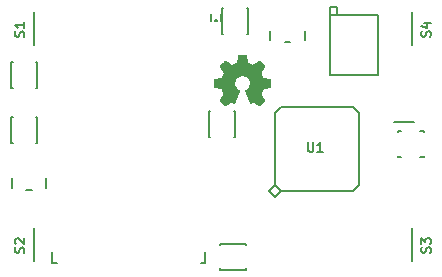
<source format=gto>
G04 #@! TF.FileFunction,Legend,Top*
%FSLAX46Y46*%
G04 Gerber Fmt 4.6, Leading zero omitted, Abs format (unit mm)*
G04 Created by KiCad (PCBNEW (2016-04-05 BZR 6665, Git e1b308b)-product) date 04.05.2016 13:46:03*
%MOMM*%
G01*
G04 APERTURE LIST*
%ADD10C,0.100000*%
%ADD11C,0.150000*%
%ADD12C,0.200000*%
%ADD13C,0.160000*%
G04 APERTURE END LIST*
D10*
D11*
X208650000Y-91000000D02*
X206950000Y-91000000D01*
D12*
X197400000Y-89800000D02*
X196900000Y-90300000D01*
X203500000Y-89800000D02*
X204000000Y-90300000D01*
X203500000Y-96900000D02*
X204000000Y-96400000D01*
X196900000Y-96400000D02*
X196900000Y-90300000D01*
X197400000Y-89800000D02*
X203500000Y-89800000D01*
X204000000Y-90300000D02*
X204000000Y-96400000D01*
X203500000Y-96900000D02*
X197400000Y-96900000D01*
X196900000Y-96400000D02*
X196400000Y-96900000D01*
X196400000Y-96900000D02*
X196900000Y-97400000D01*
X196900000Y-97400000D02*
X197400000Y-96900000D01*
X196900000Y-96400000D02*
X197400000Y-96900000D01*
X202151000Y-81965000D02*
X202151000Y-81330000D01*
X202151000Y-81330000D02*
X201516000Y-81330000D01*
X201516000Y-81330000D02*
X201516000Y-81965000D01*
X201516000Y-81965000D02*
X201516000Y-87045000D01*
X201516000Y-87045000D02*
X205580000Y-87045000D01*
X205580000Y-87045000D02*
X205580000Y-81965000D01*
X205580000Y-81965000D02*
X201516000Y-81965000D01*
D11*
X176500000Y-84500000D02*
X176500000Y-81700000D01*
X192000000Y-82500000D02*
X191800000Y-82500000D01*
X191800000Y-82500000D02*
X191800000Y-82400000D01*
X191800000Y-82400000D02*
X192000000Y-82400000D01*
X192000000Y-82400000D02*
X192000000Y-82500000D01*
X191500000Y-82500000D02*
X191500000Y-81900000D01*
X192300000Y-82500000D02*
X192300000Y-81900000D01*
X208500000Y-100000000D02*
X208500000Y-102800000D01*
X176500000Y-102800000D02*
X176500000Y-100000000D01*
X208500000Y-81700000D02*
X208500000Y-84500000D01*
X207600000Y-91800000D02*
X207300000Y-91800000D01*
X207300000Y-91800000D02*
X207300000Y-91900000D01*
X209500000Y-91900000D02*
X209500000Y-91800000D01*
X209500000Y-91800000D02*
X209200000Y-91800000D01*
X209200000Y-94000000D02*
X209500000Y-94000000D01*
X209500000Y-94000000D02*
X209500000Y-93900000D01*
X207300000Y-93900000D02*
X207300000Y-94000000D01*
X207300000Y-94000000D02*
X207600000Y-94000000D01*
D12*
X176300000Y-96800000D02*
X175800000Y-96800000D01*
X174600000Y-96600000D02*
X174600000Y-95800000D01*
X177500000Y-96600000D02*
X177500000Y-95800000D01*
X198200000Y-84300000D02*
X197700000Y-84300000D01*
X196500000Y-84100000D02*
X196500000Y-83300000D01*
X199400000Y-84100000D02*
X199400000Y-83300000D01*
D11*
X194580000Y-81392000D02*
X194480000Y-81392000D01*
X194580000Y-83592000D02*
X194480000Y-83592000D01*
X192380000Y-83592000D02*
X192480000Y-83592000D01*
X192380000Y-81392000D02*
X192480000Y-81392000D01*
X194580000Y-83592000D02*
X194580000Y-81392000D01*
X192380000Y-81392000D02*
X192380000Y-83592000D01*
X193480000Y-90120000D02*
X193380000Y-90120000D01*
X193480000Y-92320000D02*
X193380000Y-92320000D01*
X191280000Y-92320000D02*
X191380000Y-92320000D01*
X191280000Y-90120000D02*
X191380000Y-90120000D01*
X193480000Y-92320000D02*
X193480000Y-90120000D01*
X191280000Y-90120000D02*
X191280000Y-92320000D01*
X174580387Y-88166327D02*
X174680387Y-88166327D01*
X174580387Y-85966327D02*
X174680387Y-85966327D01*
X176780387Y-85966327D02*
X176680387Y-85966327D01*
X176780387Y-88166327D02*
X176680387Y-88166327D01*
X174580387Y-85966327D02*
X174580387Y-88166327D01*
X176780387Y-88166327D02*
X176780387Y-85966327D01*
X192250000Y-101320000D02*
X192250000Y-101420000D01*
X194450000Y-101320000D02*
X194450000Y-101420000D01*
X194450000Y-103520000D02*
X194450000Y-103420000D01*
X192250000Y-103520000D02*
X192250000Y-103420000D01*
X194450000Y-101320000D02*
X192250000Y-101320000D01*
X192250000Y-103520000D02*
X194450000Y-103520000D01*
X176780000Y-90620000D02*
X176680000Y-90620000D01*
X176780000Y-92820000D02*
X176680000Y-92820000D01*
X174580000Y-92820000D02*
X174680000Y-92820000D01*
X174580000Y-90620000D02*
X174680000Y-90620000D01*
X176780000Y-92820000D02*
X176780000Y-90620000D01*
X174580000Y-90620000D02*
X174580000Y-92820000D01*
D10*
G36*
X196465375Y-87736490D02*
X196465366Y-87801372D01*
X196465321Y-87856498D01*
X196465212Y-87902697D01*
X196465012Y-87940797D01*
X196464694Y-87971625D01*
X196464230Y-87996009D01*
X196463592Y-88014778D01*
X196462753Y-88028759D01*
X196461686Y-88038781D01*
X196460363Y-88045671D01*
X196458757Y-88050257D01*
X196456840Y-88053367D01*
X196454792Y-88055625D01*
X196445561Y-88063373D01*
X196439587Y-88066208D01*
X196433308Y-88067183D01*
X196416871Y-88070078D01*
X196390514Y-88074848D01*
X196354478Y-88081450D01*
X196309005Y-88089838D01*
X196254332Y-88099969D01*
X196190702Y-88111797D01*
X196118354Y-88125279D01*
X196037528Y-88140369D01*
X195948464Y-88157025D01*
X195922122Y-88161955D01*
X195893138Y-88167882D01*
X195872942Y-88173325D01*
X195859789Y-88178845D01*
X195852451Y-88184433D01*
X195848077Y-88191938D01*
X195840424Y-88208103D01*
X195829979Y-88231712D01*
X195817227Y-88261549D01*
X195802654Y-88296398D01*
X195786746Y-88335043D01*
X195769988Y-88376269D01*
X195752866Y-88418860D01*
X195735866Y-88461599D01*
X195719474Y-88503272D01*
X195704176Y-88542662D01*
X195690457Y-88578554D01*
X195678803Y-88609731D01*
X195669700Y-88634978D01*
X195663633Y-88653080D01*
X195661089Y-88662819D01*
X195661042Y-88663497D01*
X195662757Y-88669542D01*
X195668116Y-88680362D01*
X195677437Y-88696450D01*
X195691040Y-88718300D01*
X195709243Y-88746407D01*
X195732366Y-88781265D01*
X195760727Y-88823367D01*
X195794646Y-88873209D01*
X195825863Y-88918793D01*
X195856837Y-88964076D01*
X195886007Y-89007019D01*
X195912816Y-89046783D01*
X195936708Y-89082529D01*
X195957127Y-89113417D01*
X195973516Y-89138608D01*
X195985319Y-89157263D01*
X195991981Y-89168542D01*
X195993270Y-89171377D01*
X195992949Y-89174884D01*
X195990455Y-89180092D01*
X195985261Y-89187564D01*
X195976842Y-89197861D01*
X195964673Y-89211545D01*
X195948227Y-89229177D01*
X195926979Y-89251319D01*
X195900403Y-89278532D01*
X195867973Y-89311379D01*
X195829164Y-89350420D01*
X195783450Y-89396218D01*
X195773419Y-89406252D01*
X195726350Y-89453266D01*
X195686147Y-89493282D01*
X195652241Y-89526831D01*
X195624060Y-89554446D01*
X195601035Y-89576659D01*
X195582598Y-89594002D01*
X195568177Y-89607009D01*
X195557203Y-89616211D01*
X195549107Y-89622140D01*
X195543319Y-89625330D01*
X195539268Y-89626312D01*
X195538020Y-89626209D01*
X195530900Y-89622737D01*
X195516107Y-89613888D01*
X195494657Y-89600326D01*
X195467567Y-89582714D01*
X195435856Y-89561715D01*
X195400539Y-89537992D01*
X195362634Y-89512208D01*
X195352272Y-89505105D01*
X195311116Y-89476855D01*
X195270001Y-89448646D01*
X195230372Y-89421467D01*
X195193676Y-89396310D01*
X195161357Y-89374166D01*
X195134863Y-89356026D01*
X195115638Y-89342882D01*
X195115551Y-89342822D01*
X195091993Y-89327254D01*
X195070700Y-89314138D01*
X195053551Y-89304563D01*
X195042425Y-89299615D01*
X195040152Y-89299175D01*
X195032355Y-89301581D01*
X195016718Y-89308326D01*
X194994707Y-89318708D01*
X194967787Y-89332024D01*
X194937424Y-89347571D01*
X194918720Y-89357383D01*
X194887275Y-89373859D01*
X194858682Y-89388525D01*
X194834348Y-89400686D01*
X194815679Y-89409645D01*
X194804081Y-89414706D01*
X194801102Y-89415583D01*
X194792724Y-89411534D01*
X194785614Y-89403621D01*
X194782545Y-89397164D01*
X194775721Y-89381588D01*
X194765419Y-89357557D01*
X194751918Y-89325737D01*
X194735498Y-89286792D01*
X194716437Y-89241387D01*
X194695014Y-89190188D01*
X194671507Y-89133858D01*
X194646195Y-89073063D01*
X194619357Y-89008468D01*
X194591272Y-88940737D01*
X194568714Y-88886243D01*
X194530802Y-88794439D01*
X194496961Y-88712176D01*
X194467114Y-88639258D01*
X194441184Y-88575490D01*
X194419092Y-88520678D01*
X194400761Y-88474625D01*
X194386114Y-88437138D01*
X194375071Y-88408020D01*
X194367556Y-88387076D01*
X194363491Y-88374112D01*
X194362708Y-88369140D01*
X194368951Y-88360034D01*
X194382677Y-88347959D01*
X194400893Y-88335305D01*
X194435619Y-88312275D01*
X194472062Y-88286135D01*
X194507617Y-88258894D01*
X194539677Y-88232558D01*
X194565638Y-88209137D01*
X194569439Y-88205408D01*
X194623331Y-88144469D01*
X194668465Y-88078410D01*
X194704778Y-88008140D01*
X194732206Y-87934566D01*
X194750687Y-87858595D01*
X194760158Y-87781137D01*
X194760556Y-87703098D01*
X194751819Y-87625387D01*
X194733883Y-87548911D01*
X194706686Y-87474579D01*
X194670164Y-87403297D01*
X194629208Y-87342420D01*
X194574132Y-87278221D01*
X194512986Y-87222552D01*
X194446316Y-87175686D01*
X194374667Y-87137894D01*
X194298587Y-87109446D01*
X194218620Y-87090615D01*
X194135315Y-87081671D01*
X194102646Y-87080921D01*
X194017759Y-87085872D01*
X193936661Y-87100691D01*
X193859479Y-87125327D01*
X193786338Y-87159730D01*
X193717365Y-87203849D01*
X193652688Y-87257634D01*
X193646441Y-87263561D01*
X193588903Y-87325595D01*
X193541023Y-87391955D01*
X193502791Y-87462662D01*
X193474197Y-87537740D01*
X193455232Y-87617209D01*
X193445886Y-87701091D01*
X193445377Y-87712312D01*
X193446360Y-87793171D01*
X193455923Y-87869031D01*
X193474425Y-87941556D01*
X193502225Y-88012413D01*
X193516261Y-88041112D01*
X193552860Y-88103314D01*
X193596462Y-88161255D01*
X193647885Y-88215771D01*
X193707948Y-88267698D01*
X193777469Y-88317871D01*
X193804399Y-88335305D01*
X193823407Y-88348573D01*
X193836822Y-88360548D01*
X193842583Y-88369140D01*
X193841503Y-88375213D01*
X193837042Y-88389093D01*
X193829122Y-88410974D01*
X193817665Y-88441053D01*
X193802594Y-88479524D01*
X193783831Y-88526582D01*
X193761298Y-88582423D01*
X193734918Y-88647242D01*
X193704612Y-88721234D01*
X193670303Y-88804594D01*
X193636577Y-88886243D01*
X193607714Y-88955956D01*
X193579880Y-89023050D01*
X193553356Y-89086862D01*
X193528419Y-89146727D01*
X193505349Y-89201979D01*
X193484424Y-89251954D01*
X193465923Y-89295987D01*
X193450125Y-89333413D01*
X193437308Y-89363567D01*
X193427752Y-89385785D01*
X193421734Y-89399401D01*
X193419677Y-89403621D01*
X193411222Y-89412573D01*
X193404189Y-89415583D01*
X193397509Y-89413193D01*
X193382913Y-89406489D01*
X193361808Y-89396165D01*
X193335601Y-89382919D01*
X193305699Y-89367445D01*
X193286572Y-89357383D01*
X193254877Y-89340859D01*
X193225772Y-89326157D01*
X193200721Y-89313980D01*
X193181191Y-89305030D01*
X193168647Y-89300009D01*
X193165140Y-89299175D01*
X193156825Y-89302057D01*
X193141766Y-89309985D01*
X193121841Y-89321871D01*
X193098930Y-89336626D01*
X193089740Y-89342822D01*
X193070561Y-89355935D01*
X193044104Y-89374049D01*
X193011815Y-89396173D01*
X192975140Y-89421315D01*
X192935524Y-89448486D01*
X192894413Y-89476692D01*
X192853253Y-89504944D01*
X192853020Y-89505105D01*
X192814599Y-89531324D01*
X192778497Y-89555659D01*
X192745729Y-89577445D01*
X192717314Y-89596021D01*
X192694269Y-89610722D01*
X192677610Y-89620886D01*
X192668355Y-89625849D01*
X192667271Y-89626209D01*
X192663751Y-89625953D01*
X192658717Y-89623700D01*
X192651602Y-89618917D01*
X192641834Y-89611073D01*
X192628845Y-89599634D01*
X192612063Y-89584069D01*
X192590921Y-89563846D01*
X192564847Y-89538431D01*
X192533273Y-89507292D01*
X192495628Y-89469897D01*
X192451342Y-89425714D01*
X192431872Y-89406252D01*
X192384667Y-89358986D01*
X192344474Y-89318590D01*
X192310771Y-89284504D01*
X192283033Y-89256168D01*
X192260735Y-89233023D01*
X192243354Y-89214508D01*
X192230366Y-89200064D01*
X192221247Y-89189132D01*
X192215471Y-89181152D01*
X192212516Y-89175563D01*
X192211857Y-89171807D01*
X192211922Y-89171377D01*
X192215320Y-89164775D01*
X192224186Y-89150311D01*
X192237965Y-89128824D01*
X192256101Y-89101153D01*
X192278038Y-89068137D01*
X192303219Y-89030615D01*
X192331089Y-88989427D01*
X192361091Y-88945411D01*
X192379328Y-88918802D01*
X192417905Y-88862476D01*
X192450668Y-88814279D01*
X192477940Y-88773716D01*
X192500041Y-88740289D01*
X192517291Y-88713504D01*
X192530010Y-88692864D01*
X192538519Y-88677872D01*
X192543139Y-88668034D01*
X192544250Y-88663506D01*
X192542289Y-88655156D01*
X192536732Y-88638258D01*
X192528063Y-88614028D01*
X192516770Y-88583680D01*
X192503336Y-88548432D01*
X192488248Y-88509499D01*
X192471993Y-88468097D01*
X192455055Y-88425441D01*
X192437920Y-88382748D01*
X192421075Y-88341233D01*
X192405005Y-88302112D01*
X192390195Y-88266601D01*
X192377132Y-88235916D01*
X192366301Y-88211272D01*
X192358188Y-88193886D01*
X192353279Y-88184973D01*
X192352841Y-88184433D01*
X192344601Y-88178351D01*
X192330916Y-88172863D01*
X192310039Y-88167405D01*
X192283169Y-88161962D01*
X192198200Y-88146076D01*
X192119551Y-88131395D01*
X192047642Y-88117995D01*
X191982896Y-88105956D01*
X191925734Y-88095354D01*
X191876579Y-88086268D01*
X191835853Y-88078777D01*
X191803978Y-88072958D01*
X191781375Y-88068888D01*
X191768466Y-88066648D01*
X191765448Y-88066208D01*
X191758870Y-88062823D01*
X191750500Y-88055625D01*
X191748275Y-88053139D01*
X191746385Y-88049935D01*
X191744804Y-88045185D01*
X191743505Y-88038060D01*
X191742458Y-88027733D01*
X191741638Y-88013376D01*
X191741016Y-87994160D01*
X191740565Y-87969258D01*
X191740258Y-87937842D01*
X191740067Y-87899084D01*
X191739965Y-87852156D01*
X191739924Y-87796230D01*
X191739917Y-87736490D01*
X191739958Y-87669134D01*
X191740095Y-87611632D01*
X191740342Y-87563257D01*
X191740715Y-87523282D01*
X191741232Y-87490977D01*
X191741907Y-87465615D01*
X191742757Y-87446468D01*
X191743798Y-87432807D01*
X191745046Y-87423905D01*
X191746517Y-87419033D01*
X191746941Y-87418332D01*
X191757110Y-87411346D01*
X191776193Y-87404910D01*
X191790597Y-87401699D01*
X191803052Y-87399339D01*
X191824739Y-87395264D01*
X191854484Y-87389692D01*
X191891115Y-87382843D01*
X191933459Y-87374936D01*
X191980341Y-87366190D01*
X192030590Y-87356824D01*
X192083032Y-87347058D01*
X192089167Y-87345916D01*
X192140754Y-87336212D01*
X192189424Y-87326860D01*
X192234136Y-87318075D01*
X192273848Y-87310070D01*
X192307519Y-87303059D01*
X192334110Y-87297255D01*
X192352579Y-87292873D01*
X192361885Y-87290125D01*
X192362558Y-87289789D01*
X192367164Y-87283351D01*
X192375237Y-87268318D01*
X192386255Y-87245898D01*
X192399695Y-87217300D01*
X192415037Y-87183730D01*
X192431759Y-87146399D01*
X192449339Y-87106512D01*
X192467256Y-87065280D01*
X192484988Y-87023909D01*
X192502013Y-86983609D01*
X192517810Y-86945586D01*
X192531858Y-86911050D01*
X192543634Y-86881209D01*
X192552617Y-86857269D01*
X192558285Y-86840441D01*
X192560125Y-86832185D01*
X192558807Y-86826674D01*
X192554606Y-86817494D01*
X192547150Y-86804069D01*
X192536069Y-86785825D01*
X192520992Y-86762185D01*
X192501547Y-86732574D01*
X192477363Y-86696419D01*
X192448070Y-86653142D01*
X192413296Y-86602168D01*
X192387182Y-86564058D01*
X192355450Y-86517662D01*
X192325518Y-86473605D01*
X192297927Y-86432702D01*
X192273219Y-86395771D01*
X192251935Y-86363629D01*
X192234617Y-86337092D01*
X192221807Y-86316978D01*
X192214045Y-86304104D01*
X192211838Y-86299581D01*
X192212243Y-86296018D01*
X192214909Y-86290663D01*
X192220358Y-86282956D01*
X192229115Y-86272339D01*
X192241703Y-86258253D01*
X192258646Y-86240138D01*
X192280466Y-86217436D01*
X192307689Y-86189588D01*
X192340836Y-86156035D01*
X192380432Y-86116218D01*
X192427000Y-86069578D01*
X192431153Y-86065424D01*
X192484937Y-86011815D01*
X192531502Y-85965776D01*
X192570936Y-85927224D01*
X192603328Y-85896073D01*
X192628768Y-85872240D01*
X192647343Y-85855639D01*
X192659143Y-85846186D01*
X192663885Y-85843708D01*
X192670137Y-85846637D01*
X192684286Y-85855073D01*
X192705535Y-85868490D01*
X192733085Y-85886362D01*
X192766138Y-85908163D01*
X192803897Y-85933367D01*
X192845563Y-85961447D01*
X192890338Y-85991879D01*
X192933603Y-86021508D01*
X192990744Y-86060697D01*
X193039801Y-86094152D01*
X193081339Y-86122237D01*
X193115924Y-86145319D01*
X193144118Y-86163762D01*
X193166488Y-86177933D01*
X193183598Y-86188195D01*
X193196013Y-86194916D01*
X193204297Y-86198461D01*
X193208268Y-86199255D01*
X193217328Y-86197249D01*
X193234653Y-86191600D01*
X193259008Y-86182816D01*
X193289158Y-86171409D01*
X193323868Y-86157885D01*
X193361901Y-86142756D01*
X193402023Y-86126531D01*
X193442998Y-86109717D01*
X193483591Y-86092826D01*
X193522567Y-86076366D01*
X193558690Y-86060846D01*
X193590725Y-86046776D01*
X193617437Y-86034666D01*
X193637590Y-86025023D01*
X193649949Y-86018358D01*
X193653265Y-86015795D01*
X193655483Y-86008763D01*
X193659409Y-85992269D01*
X193664850Y-85967265D01*
X193671616Y-85934700D01*
X193679513Y-85895525D01*
X193688351Y-85850691D01*
X193697937Y-85801147D01*
X193708080Y-85747845D01*
X193717382Y-85698220D01*
X193730259Y-85629387D01*
X193741448Y-85570391D01*
X193751074Y-85520639D01*
X193759260Y-85479541D01*
X193766130Y-85446507D01*
X193771809Y-85420943D01*
X193776421Y-85402261D01*
X193780090Y-85389867D01*
X193782940Y-85383173D01*
X193783790Y-85382042D01*
X193786305Y-85380085D01*
X193790171Y-85378422D01*
X193796204Y-85377030D01*
X193805224Y-85375885D01*
X193818050Y-85374963D01*
X193835498Y-85374240D01*
X193858388Y-85373692D01*
X193887537Y-85373296D01*
X193923765Y-85373028D01*
X193967889Y-85372863D01*
X194020727Y-85372779D01*
X194083099Y-85372751D01*
X194102646Y-85372750D01*
X194167642Y-85372758D01*
X194222881Y-85372803D01*
X194269189Y-85372911D01*
X194307394Y-85373110D01*
X194338322Y-85373427D01*
X194362799Y-85373889D01*
X194381652Y-85374523D01*
X194395707Y-85375358D01*
X194405790Y-85376419D01*
X194412729Y-85377736D01*
X194417350Y-85379334D01*
X194420479Y-85381241D01*
X194422792Y-85383333D01*
X194430568Y-85392897D01*
X194433375Y-85399442D01*
X194434355Y-85407663D01*
X194437151Y-85424951D01*
X194441545Y-85450180D01*
X194447321Y-85482222D01*
X194454261Y-85519950D01*
X194462149Y-85562236D01*
X194470767Y-85607954D01*
X194479899Y-85655976D01*
X194489327Y-85705175D01*
X194498834Y-85754424D01*
X194508204Y-85802594D01*
X194517219Y-85848560D01*
X194525661Y-85891193D01*
X194533315Y-85929366D01*
X194539964Y-85961953D01*
X194545389Y-85987825D01*
X194549374Y-86005856D01*
X194551702Y-86014918D01*
X194552022Y-86015687D01*
X194558384Y-86020032D01*
X194573375Y-86027703D01*
X194595761Y-86038191D01*
X194624307Y-86050985D01*
X194657779Y-86065577D01*
X194694942Y-86081458D01*
X194734561Y-86098118D01*
X194775402Y-86115047D01*
X194816230Y-86131737D01*
X194855811Y-86147677D01*
X194892909Y-86162360D01*
X194926292Y-86175274D01*
X194954722Y-86185912D01*
X194976968Y-86193763D01*
X194991792Y-86198319D01*
X194997030Y-86199275D01*
X195000211Y-86199097D01*
X195003925Y-86198307D01*
X195008728Y-86196537D01*
X195015176Y-86193420D01*
X195023827Y-86188588D01*
X195035238Y-86181674D01*
X195049964Y-86172311D01*
X195068563Y-86160132D01*
X195091592Y-86144770D01*
X195119608Y-86125856D01*
X195153166Y-86103025D01*
X195192824Y-86075908D01*
X195239139Y-86044139D01*
X195292666Y-86007350D01*
X195353964Y-85965173D01*
X195401252Y-85932621D01*
X195434360Y-85910076D01*
X195465072Y-85889634D01*
X195492203Y-85872048D01*
X195514566Y-85858071D01*
X195530975Y-85848454D01*
X195540244Y-85843950D01*
X195541410Y-85843708D01*
X195547591Y-85847225D01*
X195560484Y-85857831D01*
X195580178Y-85875610D01*
X195606760Y-85900644D01*
X195640315Y-85933016D01*
X195680931Y-85972808D01*
X195728695Y-86020104D01*
X195774138Y-86065424D01*
X195821303Y-86112651D01*
X195861454Y-86153009D01*
X195895112Y-86187057D01*
X195922802Y-86215353D01*
X195945047Y-86238458D01*
X195962371Y-86256929D01*
X195975298Y-86271325D01*
X195984349Y-86282206D01*
X195990050Y-86290130D01*
X195992924Y-86295657D01*
X195993494Y-86299345D01*
X195993455Y-86299581D01*
X195990086Y-86306131D01*
X195981238Y-86320569D01*
X195967455Y-86342079D01*
X195949276Y-86369844D01*
X195927244Y-86403046D01*
X195901900Y-86440869D01*
X195873785Y-86482496D01*
X195843441Y-86527110D01*
X195818111Y-86564132D01*
X195779461Y-86620599D01*
X195746540Y-86668985D01*
X195718982Y-86709860D01*
X195696418Y-86743793D01*
X195678482Y-86771354D01*
X195664806Y-86793113D01*
X195655023Y-86809638D01*
X195648765Y-86821501D01*
X195645664Y-86829270D01*
X195645167Y-86832258D01*
X195647243Y-86841286D01*
X195653125Y-86858562D01*
X195662290Y-86882876D01*
X195674217Y-86913022D01*
X195688384Y-86947791D01*
X195704270Y-86985975D01*
X195721352Y-87026366D01*
X195739110Y-87067756D01*
X195757022Y-87108937D01*
X195774565Y-87148701D01*
X195791219Y-87185840D01*
X195806461Y-87219145D01*
X195819771Y-87247409D01*
X195830626Y-87269424D01*
X195838504Y-87283981D01*
X195842734Y-87289789D01*
X195850071Y-87292182D01*
X195866781Y-87296253D01*
X195891821Y-87301788D01*
X195924152Y-87308573D01*
X195962733Y-87316396D01*
X196006523Y-87325041D01*
X196054480Y-87334296D01*
X196105565Y-87343946D01*
X196116125Y-87345916D01*
X196168744Y-87355715D01*
X196219305Y-87365138D01*
X196266636Y-87373966D01*
X196309563Y-87381981D01*
X196346912Y-87388964D01*
X196377511Y-87394694D01*
X196400187Y-87398953D01*
X196413766Y-87401521D01*
X196414694Y-87401699D01*
X196438159Y-87407527D01*
X196453672Y-87414273D01*
X196458350Y-87418332D01*
X196459882Y-87422268D01*
X196461187Y-87430043D01*
X196462281Y-87442385D01*
X196463179Y-87460024D01*
X196463899Y-87483686D01*
X196464455Y-87514101D01*
X196464865Y-87551995D01*
X196465143Y-87598097D01*
X196465307Y-87653136D01*
X196465372Y-87717838D01*
X196465375Y-87736490D01*
X196465375Y-87736490D01*
X196465375Y-87736490D01*
G37*
X196465375Y-87736490D02*
X196465366Y-87801372D01*
X196465321Y-87856498D01*
X196465212Y-87902697D01*
X196465012Y-87940797D01*
X196464694Y-87971625D01*
X196464230Y-87996009D01*
X196463592Y-88014778D01*
X196462753Y-88028759D01*
X196461686Y-88038781D01*
X196460363Y-88045671D01*
X196458757Y-88050257D01*
X196456840Y-88053367D01*
X196454792Y-88055625D01*
X196445561Y-88063373D01*
X196439587Y-88066208D01*
X196433308Y-88067183D01*
X196416871Y-88070078D01*
X196390514Y-88074848D01*
X196354478Y-88081450D01*
X196309005Y-88089838D01*
X196254332Y-88099969D01*
X196190702Y-88111797D01*
X196118354Y-88125279D01*
X196037528Y-88140369D01*
X195948464Y-88157025D01*
X195922122Y-88161955D01*
X195893138Y-88167882D01*
X195872942Y-88173325D01*
X195859789Y-88178845D01*
X195852451Y-88184433D01*
X195848077Y-88191938D01*
X195840424Y-88208103D01*
X195829979Y-88231712D01*
X195817227Y-88261549D01*
X195802654Y-88296398D01*
X195786746Y-88335043D01*
X195769988Y-88376269D01*
X195752866Y-88418860D01*
X195735866Y-88461599D01*
X195719474Y-88503272D01*
X195704176Y-88542662D01*
X195690457Y-88578554D01*
X195678803Y-88609731D01*
X195669700Y-88634978D01*
X195663633Y-88653080D01*
X195661089Y-88662819D01*
X195661042Y-88663497D01*
X195662757Y-88669542D01*
X195668116Y-88680362D01*
X195677437Y-88696450D01*
X195691040Y-88718300D01*
X195709243Y-88746407D01*
X195732366Y-88781265D01*
X195760727Y-88823367D01*
X195794646Y-88873209D01*
X195825863Y-88918793D01*
X195856837Y-88964076D01*
X195886007Y-89007019D01*
X195912816Y-89046783D01*
X195936708Y-89082529D01*
X195957127Y-89113417D01*
X195973516Y-89138608D01*
X195985319Y-89157263D01*
X195991981Y-89168542D01*
X195993270Y-89171377D01*
X195992949Y-89174884D01*
X195990455Y-89180092D01*
X195985261Y-89187564D01*
X195976842Y-89197861D01*
X195964673Y-89211545D01*
X195948227Y-89229177D01*
X195926979Y-89251319D01*
X195900403Y-89278532D01*
X195867973Y-89311379D01*
X195829164Y-89350420D01*
X195783450Y-89396218D01*
X195773419Y-89406252D01*
X195726350Y-89453266D01*
X195686147Y-89493282D01*
X195652241Y-89526831D01*
X195624060Y-89554446D01*
X195601035Y-89576659D01*
X195582598Y-89594002D01*
X195568177Y-89607009D01*
X195557203Y-89616211D01*
X195549107Y-89622140D01*
X195543319Y-89625330D01*
X195539268Y-89626312D01*
X195538020Y-89626209D01*
X195530900Y-89622737D01*
X195516107Y-89613888D01*
X195494657Y-89600326D01*
X195467567Y-89582714D01*
X195435856Y-89561715D01*
X195400539Y-89537992D01*
X195362634Y-89512208D01*
X195352272Y-89505105D01*
X195311116Y-89476855D01*
X195270001Y-89448646D01*
X195230372Y-89421467D01*
X195193676Y-89396310D01*
X195161357Y-89374166D01*
X195134863Y-89356026D01*
X195115638Y-89342882D01*
X195115551Y-89342822D01*
X195091993Y-89327254D01*
X195070700Y-89314138D01*
X195053551Y-89304563D01*
X195042425Y-89299615D01*
X195040152Y-89299175D01*
X195032355Y-89301581D01*
X195016718Y-89308326D01*
X194994707Y-89318708D01*
X194967787Y-89332024D01*
X194937424Y-89347571D01*
X194918720Y-89357383D01*
X194887275Y-89373859D01*
X194858682Y-89388525D01*
X194834348Y-89400686D01*
X194815679Y-89409645D01*
X194804081Y-89414706D01*
X194801102Y-89415583D01*
X194792724Y-89411534D01*
X194785614Y-89403621D01*
X194782545Y-89397164D01*
X194775721Y-89381588D01*
X194765419Y-89357557D01*
X194751918Y-89325737D01*
X194735498Y-89286792D01*
X194716437Y-89241387D01*
X194695014Y-89190188D01*
X194671507Y-89133858D01*
X194646195Y-89073063D01*
X194619357Y-89008468D01*
X194591272Y-88940737D01*
X194568714Y-88886243D01*
X194530802Y-88794439D01*
X194496961Y-88712176D01*
X194467114Y-88639258D01*
X194441184Y-88575490D01*
X194419092Y-88520678D01*
X194400761Y-88474625D01*
X194386114Y-88437138D01*
X194375071Y-88408020D01*
X194367556Y-88387076D01*
X194363491Y-88374112D01*
X194362708Y-88369140D01*
X194368951Y-88360034D01*
X194382677Y-88347959D01*
X194400893Y-88335305D01*
X194435619Y-88312275D01*
X194472062Y-88286135D01*
X194507617Y-88258894D01*
X194539677Y-88232558D01*
X194565638Y-88209137D01*
X194569439Y-88205408D01*
X194623331Y-88144469D01*
X194668465Y-88078410D01*
X194704778Y-88008140D01*
X194732206Y-87934566D01*
X194750687Y-87858595D01*
X194760158Y-87781137D01*
X194760556Y-87703098D01*
X194751819Y-87625387D01*
X194733883Y-87548911D01*
X194706686Y-87474579D01*
X194670164Y-87403297D01*
X194629208Y-87342420D01*
X194574132Y-87278221D01*
X194512986Y-87222552D01*
X194446316Y-87175686D01*
X194374667Y-87137894D01*
X194298587Y-87109446D01*
X194218620Y-87090615D01*
X194135315Y-87081671D01*
X194102646Y-87080921D01*
X194017759Y-87085872D01*
X193936661Y-87100691D01*
X193859479Y-87125327D01*
X193786338Y-87159730D01*
X193717365Y-87203849D01*
X193652688Y-87257634D01*
X193646441Y-87263561D01*
X193588903Y-87325595D01*
X193541023Y-87391955D01*
X193502791Y-87462662D01*
X193474197Y-87537740D01*
X193455232Y-87617209D01*
X193445886Y-87701091D01*
X193445377Y-87712312D01*
X193446360Y-87793171D01*
X193455923Y-87869031D01*
X193474425Y-87941556D01*
X193502225Y-88012413D01*
X193516261Y-88041112D01*
X193552860Y-88103314D01*
X193596462Y-88161255D01*
X193647885Y-88215771D01*
X193707948Y-88267698D01*
X193777469Y-88317871D01*
X193804399Y-88335305D01*
X193823407Y-88348573D01*
X193836822Y-88360548D01*
X193842583Y-88369140D01*
X193841503Y-88375213D01*
X193837042Y-88389093D01*
X193829122Y-88410974D01*
X193817665Y-88441053D01*
X193802594Y-88479524D01*
X193783831Y-88526582D01*
X193761298Y-88582423D01*
X193734918Y-88647242D01*
X193704612Y-88721234D01*
X193670303Y-88804594D01*
X193636577Y-88886243D01*
X193607714Y-88955956D01*
X193579880Y-89023050D01*
X193553356Y-89086862D01*
X193528419Y-89146727D01*
X193505349Y-89201979D01*
X193484424Y-89251954D01*
X193465923Y-89295987D01*
X193450125Y-89333413D01*
X193437308Y-89363567D01*
X193427752Y-89385785D01*
X193421734Y-89399401D01*
X193419677Y-89403621D01*
X193411222Y-89412573D01*
X193404189Y-89415583D01*
X193397509Y-89413193D01*
X193382913Y-89406489D01*
X193361808Y-89396165D01*
X193335601Y-89382919D01*
X193305699Y-89367445D01*
X193286572Y-89357383D01*
X193254877Y-89340859D01*
X193225772Y-89326157D01*
X193200721Y-89313980D01*
X193181191Y-89305030D01*
X193168647Y-89300009D01*
X193165140Y-89299175D01*
X193156825Y-89302057D01*
X193141766Y-89309985D01*
X193121841Y-89321871D01*
X193098930Y-89336626D01*
X193089740Y-89342822D01*
X193070561Y-89355935D01*
X193044104Y-89374049D01*
X193011815Y-89396173D01*
X192975140Y-89421315D01*
X192935524Y-89448486D01*
X192894413Y-89476692D01*
X192853253Y-89504944D01*
X192853020Y-89505105D01*
X192814599Y-89531324D01*
X192778497Y-89555659D01*
X192745729Y-89577445D01*
X192717314Y-89596021D01*
X192694269Y-89610722D01*
X192677610Y-89620886D01*
X192668355Y-89625849D01*
X192667271Y-89626209D01*
X192663751Y-89625953D01*
X192658717Y-89623700D01*
X192651602Y-89618917D01*
X192641834Y-89611073D01*
X192628845Y-89599634D01*
X192612063Y-89584069D01*
X192590921Y-89563846D01*
X192564847Y-89538431D01*
X192533273Y-89507292D01*
X192495628Y-89469897D01*
X192451342Y-89425714D01*
X192431872Y-89406252D01*
X192384667Y-89358986D01*
X192344474Y-89318590D01*
X192310771Y-89284504D01*
X192283033Y-89256168D01*
X192260735Y-89233023D01*
X192243354Y-89214508D01*
X192230366Y-89200064D01*
X192221247Y-89189132D01*
X192215471Y-89181152D01*
X192212516Y-89175563D01*
X192211857Y-89171807D01*
X192211922Y-89171377D01*
X192215320Y-89164775D01*
X192224186Y-89150311D01*
X192237965Y-89128824D01*
X192256101Y-89101153D01*
X192278038Y-89068137D01*
X192303219Y-89030615D01*
X192331089Y-88989427D01*
X192361091Y-88945411D01*
X192379328Y-88918802D01*
X192417905Y-88862476D01*
X192450668Y-88814279D01*
X192477940Y-88773716D01*
X192500041Y-88740289D01*
X192517291Y-88713504D01*
X192530010Y-88692864D01*
X192538519Y-88677872D01*
X192543139Y-88668034D01*
X192544250Y-88663506D01*
X192542289Y-88655156D01*
X192536732Y-88638258D01*
X192528063Y-88614028D01*
X192516770Y-88583680D01*
X192503336Y-88548432D01*
X192488248Y-88509499D01*
X192471993Y-88468097D01*
X192455055Y-88425441D01*
X192437920Y-88382748D01*
X192421075Y-88341233D01*
X192405005Y-88302112D01*
X192390195Y-88266601D01*
X192377132Y-88235916D01*
X192366301Y-88211272D01*
X192358188Y-88193886D01*
X192353279Y-88184973D01*
X192352841Y-88184433D01*
X192344601Y-88178351D01*
X192330916Y-88172863D01*
X192310039Y-88167405D01*
X192283169Y-88161962D01*
X192198200Y-88146076D01*
X192119551Y-88131395D01*
X192047642Y-88117995D01*
X191982896Y-88105956D01*
X191925734Y-88095354D01*
X191876579Y-88086268D01*
X191835853Y-88078777D01*
X191803978Y-88072958D01*
X191781375Y-88068888D01*
X191768466Y-88066648D01*
X191765448Y-88066208D01*
X191758870Y-88062823D01*
X191750500Y-88055625D01*
X191748275Y-88053139D01*
X191746385Y-88049935D01*
X191744804Y-88045185D01*
X191743505Y-88038060D01*
X191742458Y-88027733D01*
X191741638Y-88013376D01*
X191741016Y-87994160D01*
X191740565Y-87969258D01*
X191740258Y-87937842D01*
X191740067Y-87899084D01*
X191739965Y-87852156D01*
X191739924Y-87796230D01*
X191739917Y-87736490D01*
X191739958Y-87669134D01*
X191740095Y-87611632D01*
X191740342Y-87563257D01*
X191740715Y-87523282D01*
X191741232Y-87490977D01*
X191741907Y-87465615D01*
X191742757Y-87446468D01*
X191743798Y-87432807D01*
X191745046Y-87423905D01*
X191746517Y-87419033D01*
X191746941Y-87418332D01*
X191757110Y-87411346D01*
X191776193Y-87404910D01*
X191790597Y-87401699D01*
X191803052Y-87399339D01*
X191824739Y-87395264D01*
X191854484Y-87389692D01*
X191891115Y-87382843D01*
X191933459Y-87374936D01*
X191980341Y-87366190D01*
X192030590Y-87356824D01*
X192083032Y-87347058D01*
X192089167Y-87345916D01*
X192140754Y-87336212D01*
X192189424Y-87326860D01*
X192234136Y-87318075D01*
X192273848Y-87310070D01*
X192307519Y-87303059D01*
X192334110Y-87297255D01*
X192352579Y-87292873D01*
X192361885Y-87290125D01*
X192362558Y-87289789D01*
X192367164Y-87283351D01*
X192375237Y-87268318D01*
X192386255Y-87245898D01*
X192399695Y-87217300D01*
X192415037Y-87183730D01*
X192431759Y-87146399D01*
X192449339Y-87106512D01*
X192467256Y-87065280D01*
X192484988Y-87023909D01*
X192502013Y-86983609D01*
X192517810Y-86945586D01*
X192531858Y-86911050D01*
X192543634Y-86881209D01*
X192552617Y-86857269D01*
X192558285Y-86840441D01*
X192560125Y-86832185D01*
X192558807Y-86826674D01*
X192554606Y-86817494D01*
X192547150Y-86804069D01*
X192536069Y-86785825D01*
X192520992Y-86762185D01*
X192501547Y-86732574D01*
X192477363Y-86696419D01*
X192448070Y-86653142D01*
X192413296Y-86602168D01*
X192387182Y-86564058D01*
X192355450Y-86517662D01*
X192325518Y-86473605D01*
X192297927Y-86432702D01*
X192273219Y-86395771D01*
X192251935Y-86363629D01*
X192234617Y-86337092D01*
X192221807Y-86316978D01*
X192214045Y-86304104D01*
X192211838Y-86299581D01*
X192212243Y-86296018D01*
X192214909Y-86290663D01*
X192220358Y-86282956D01*
X192229115Y-86272339D01*
X192241703Y-86258253D01*
X192258646Y-86240138D01*
X192280466Y-86217436D01*
X192307689Y-86189588D01*
X192340836Y-86156035D01*
X192380432Y-86116218D01*
X192427000Y-86069578D01*
X192431153Y-86065424D01*
X192484937Y-86011815D01*
X192531502Y-85965776D01*
X192570936Y-85927224D01*
X192603328Y-85896073D01*
X192628768Y-85872240D01*
X192647343Y-85855639D01*
X192659143Y-85846186D01*
X192663885Y-85843708D01*
X192670137Y-85846637D01*
X192684286Y-85855073D01*
X192705535Y-85868490D01*
X192733085Y-85886362D01*
X192766138Y-85908163D01*
X192803897Y-85933367D01*
X192845563Y-85961447D01*
X192890338Y-85991879D01*
X192933603Y-86021508D01*
X192990744Y-86060697D01*
X193039801Y-86094152D01*
X193081339Y-86122237D01*
X193115924Y-86145319D01*
X193144118Y-86163762D01*
X193166488Y-86177933D01*
X193183598Y-86188195D01*
X193196013Y-86194916D01*
X193204297Y-86198461D01*
X193208268Y-86199255D01*
X193217328Y-86197249D01*
X193234653Y-86191600D01*
X193259008Y-86182816D01*
X193289158Y-86171409D01*
X193323868Y-86157885D01*
X193361901Y-86142756D01*
X193402023Y-86126531D01*
X193442998Y-86109717D01*
X193483591Y-86092826D01*
X193522567Y-86076366D01*
X193558690Y-86060846D01*
X193590725Y-86046776D01*
X193617437Y-86034666D01*
X193637590Y-86025023D01*
X193649949Y-86018358D01*
X193653265Y-86015795D01*
X193655483Y-86008763D01*
X193659409Y-85992269D01*
X193664850Y-85967265D01*
X193671616Y-85934700D01*
X193679513Y-85895525D01*
X193688351Y-85850691D01*
X193697937Y-85801147D01*
X193708080Y-85747845D01*
X193717382Y-85698220D01*
X193730259Y-85629387D01*
X193741448Y-85570391D01*
X193751074Y-85520639D01*
X193759260Y-85479541D01*
X193766130Y-85446507D01*
X193771809Y-85420943D01*
X193776421Y-85402261D01*
X193780090Y-85389867D01*
X193782940Y-85383173D01*
X193783790Y-85382042D01*
X193786305Y-85380085D01*
X193790171Y-85378422D01*
X193796204Y-85377030D01*
X193805224Y-85375885D01*
X193818050Y-85374963D01*
X193835498Y-85374240D01*
X193858388Y-85373692D01*
X193887537Y-85373296D01*
X193923765Y-85373028D01*
X193967889Y-85372863D01*
X194020727Y-85372779D01*
X194083099Y-85372751D01*
X194102646Y-85372750D01*
X194167642Y-85372758D01*
X194222881Y-85372803D01*
X194269189Y-85372911D01*
X194307394Y-85373110D01*
X194338322Y-85373427D01*
X194362799Y-85373889D01*
X194381652Y-85374523D01*
X194395707Y-85375358D01*
X194405790Y-85376419D01*
X194412729Y-85377736D01*
X194417350Y-85379334D01*
X194420479Y-85381241D01*
X194422792Y-85383333D01*
X194430568Y-85392897D01*
X194433375Y-85399442D01*
X194434355Y-85407663D01*
X194437151Y-85424951D01*
X194441545Y-85450180D01*
X194447321Y-85482222D01*
X194454261Y-85519950D01*
X194462149Y-85562236D01*
X194470767Y-85607954D01*
X194479899Y-85655976D01*
X194489327Y-85705175D01*
X194498834Y-85754424D01*
X194508204Y-85802594D01*
X194517219Y-85848560D01*
X194525661Y-85891193D01*
X194533315Y-85929366D01*
X194539964Y-85961953D01*
X194545389Y-85987825D01*
X194549374Y-86005856D01*
X194551702Y-86014918D01*
X194552022Y-86015687D01*
X194558384Y-86020032D01*
X194573375Y-86027703D01*
X194595761Y-86038191D01*
X194624307Y-86050985D01*
X194657779Y-86065577D01*
X194694942Y-86081458D01*
X194734561Y-86098118D01*
X194775402Y-86115047D01*
X194816230Y-86131737D01*
X194855811Y-86147677D01*
X194892909Y-86162360D01*
X194926292Y-86175274D01*
X194954722Y-86185912D01*
X194976968Y-86193763D01*
X194991792Y-86198319D01*
X194997030Y-86199275D01*
X195000211Y-86199097D01*
X195003925Y-86198307D01*
X195008728Y-86196537D01*
X195015176Y-86193420D01*
X195023827Y-86188588D01*
X195035238Y-86181674D01*
X195049964Y-86172311D01*
X195068563Y-86160132D01*
X195091592Y-86144770D01*
X195119608Y-86125856D01*
X195153166Y-86103025D01*
X195192824Y-86075908D01*
X195239139Y-86044139D01*
X195292666Y-86007350D01*
X195353964Y-85965173D01*
X195401252Y-85932621D01*
X195434360Y-85910076D01*
X195465072Y-85889634D01*
X195492203Y-85872048D01*
X195514566Y-85858071D01*
X195530975Y-85848454D01*
X195540244Y-85843950D01*
X195541410Y-85843708D01*
X195547591Y-85847225D01*
X195560484Y-85857831D01*
X195580178Y-85875610D01*
X195606760Y-85900644D01*
X195640315Y-85933016D01*
X195680931Y-85972808D01*
X195728695Y-86020104D01*
X195774138Y-86065424D01*
X195821303Y-86112651D01*
X195861454Y-86153009D01*
X195895112Y-86187057D01*
X195922802Y-86215353D01*
X195945047Y-86238458D01*
X195962371Y-86256929D01*
X195975298Y-86271325D01*
X195984349Y-86282206D01*
X195990050Y-86290130D01*
X195992924Y-86295657D01*
X195993494Y-86299345D01*
X195993455Y-86299581D01*
X195990086Y-86306131D01*
X195981238Y-86320569D01*
X195967455Y-86342079D01*
X195949276Y-86369844D01*
X195927244Y-86403046D01*
X195901900Y-86440869D01*
X195873785Y-86482496D01*
X195843441Y-86527110D01*
X195818111Y-86564132D01*
X195779461Y-86620599D01*
X195746540Y-86668985D01*
X195718982Y-86709860D01*
X195696418Y-86743793D01*
X195678482Y-86771354D01*
X195664806Y-86793113D01*
X195655023Y-86809638D01*
X195648765Y-86821501D01*
X195645664Y-86829270D01*
X195645167Y-86832258D01*
X195647243Y-86841286D01*
X195653125Y-86858562D01*
X195662290Y-86882876D01*
X195674217Y-86913022D01*
X195688384Y-86947791D01*
X195704270Y-86985975D01*
X195721352Y-87026366D01*
X195739110Y-87067756D01*
X195757022Y-87108937D01*
X195774565Y-87148701D01*
X195791219Y-87185840D01*
X195806461Y-87219145D01*
X195819771Y-87247409D01*
X195830626Y-87269424D01*
X195838504Y-87283981D01*
X195842734Y-87289789D01*
X195850071Y-87292182D01*
X195866781Y-87296253D01*
X195891821Y-87301788D01*
X195924152Y-87308573D01*
X195962733Y-87316396D01*
X196006523Y-87325041D01*
X196054480Y-87334296D01*
X196105565Y-87343946D01*
X196116125Y-87345916D01*
X196168744Y-87355715D01*
X196219305Y-87365138D01*
X196266636Y-87373966D01*
X196309563Y-87381981D01*
X196346912Y-87388964D01*
X196377511Y-87394694D01*
X196400187Y-87398953D01*
X196413766Y-87401521D01*
X196414694Y-87401699D01*
X196438159Y-87407527D01*
X196453672Y-87414273D01*
X196458350Y-87418332D01*
X196459882Y-87422268D01*
X196461187Y-87430043D01*
X196462281Y-87442385D01*
X196463179Y-87460024D01*
X196463899Y-87483686D01*
X196464455Y-87514101D01*
X196464865Y-87551995D01*
X196465143Y-87598097D01*
X196465307Y-87653136D01*
X196465372Y-87717838D01*
X196465375Y-87736490D01*
X196465375Y-87736490D01*
D11*
X190600000Y-103000000D02*
X191000000Y-103000000D01*
X191000000Y-103000000D02*
X191000000Y-102000000D01*
X178000000Y-102000000D02*
X178000000Y-103000000D01*
X178000000Y-103000000D02*
X178400000Y-103000000D01*
D13*
X199686476Y-92761904D02*
X199686476Y-93409523D01*
X199724571Y-93485714D01*
X199762666Y-93523809D01*
X199838857Y-93561904D01*
X199991238Y-93561904D01*
X200067428Y-93523809D01*
X200105523Y-93485714D01*
X200143619Y-93409523D01*
X200143619Y-92761904D01*
X200943619Y-93561904D02*
X200486476Y-93561904D01*
X200715047Y-93561904D02*
X200715047Y-92761904D01*
X200638857Y-92876190D01*
X200562666Y-92952380D01*
X200486476Y-92990476D01*
X175623809Y-83813523D02*
X175661904Y-83699238D01*
X175661904Y-83508761D01*
X175623809Y-83432571D01*
X175585714Y-83394476D01*
X175509523Y-83356380D01*
X175433333Y-83356380D01*
X175357142Y-83394476D01*
X175319047Y-83432571D01*
X175280952Y-83508761D01*
X175242857Y-83661142D01*
X175204761Y-83737333D01*
X175166666Y-83775428D01*
X175090476Y-83813523D01*
X175014285Y-83813523D01*
X174938095Y-83775428D01*
X174900000Y-83737333D01*
X174861904Y-83661142D01*
X174861904Y-83470666D01*
X174900000Y-83356380D01*
X175661904Y-82594476D02*
X175661904Y-83051619D01*
X175661904Y-82823047D02*
X174861904Y-82823047D01*
X174976190Y-82899238D01*
X175052380Y-82975428D01*
X175090476Y-83051619D01*
X210023809Y-102113523D02*
X210061904Y-101999238D01*
X210061904Y-101808761D01*
X210023809Y-101732571D01*
X209985714Y-101694476D01*
X209909523Y-101656380D01*
X209833333Y-101656380D01*
X209757142Y-101694476D01*
X209719047Y-101732571D01*
X209680952Y-101808761D01*
X209642857Y-101961142D01*
X209604761Y-102037333D01*
X209566666Y-102075428D01*
X209490476Y-102113523D01*
X209414285Y-102113523D01*
X209338095Y-102075428D01*
X209300000Y-102037333D01*
X209261904Y-101961142D01*
X209261904Y-101770666D01*
X209300000Y-101656380D01*
X209261904Y-101389714D02*
X209261904Y-100894476D01*
X209566666Y-101161142D01*
X209566666Y-101046857D01*
X209604761Y-100970666D01*
X209642857Y-100932571D01*
X209719047Y-100894476D01*
X209909523Y-100894476D01*
X209985714Y-100932571D01*
X210023809Y-100970666D01*
X210061904Y-101046857D01*
X210061904Y-101275428D01*
X210023809Y-101351619D01*
X209985714Y-101389714D01*
X175623809Y-102113523D02*
X175661904Y-101999238D01*
X175661904Y-101808761D01*
X175623809Y-101732571D01*
X175585714Y-101694476D01*
X175509523Y-101656380D01*
X175433333Y-101656380D01*
X175357142Y-101694476D01*
X175319047Y-101732571D01*
X175280952Y-101808761D01*
X175242857Y-101961142D01*
X175204761Y-102037333D01*
X175166666Y-102075428D01*
X175090476Y-102113523D01*
X175014285Y-102113523D01*
X174938095Y-102075428D01*
X174900000Y-102037333D01*
X174861904Y-101961142D01*
X174861904Y-101770666D01*
X174900000Y-101656380D01*
X174938095Y-101351619D02*
X174900000Y-101313523D01*
X174861904Y-101237333D01*
X174861904Y-101046857D01*
X174900000Y-100970666D01*
X174938095Y-100932571D01*
X175014285Y-100894476D01*
X175090476Y-100894476D01*
X175204761Y-100932571D01*
X175661904Y-101389714D01*
X175661904Y-100894476D01*
X210023809Y-83813523D02*
X210061904Y-83699238D01*
X210061904Y-83508761D01*
X210023809Y-83432571D01*
X209985714Y-83394476D01*
X209909523Y-83356380D01*
X209833333Y-83356380D01*
X209757142Y-83394476D01*
X209719047Y-83432571D01*
X209680952Y-83508761D01*
X209642857Y-83661142D01*
X209604761Y-83737333D01*
X209566666Y-83775428D01*
X209490476Y-83813523D01*
X209414285Y-83813523D01*
X209338095Y-83775428D01*
X209300000Y-83737333D01*
X209261904Y-83661142D01*
X209261904Y-83470666D01*
X209300000Y-83356380D01*
X209528571Y-82670666D02*
X210061904Y-82670666D01*
X209223809Y-82861142D02*
X209795238Y-83051619D01*
X209795238Y-82556380D01*
M02*

</source>
